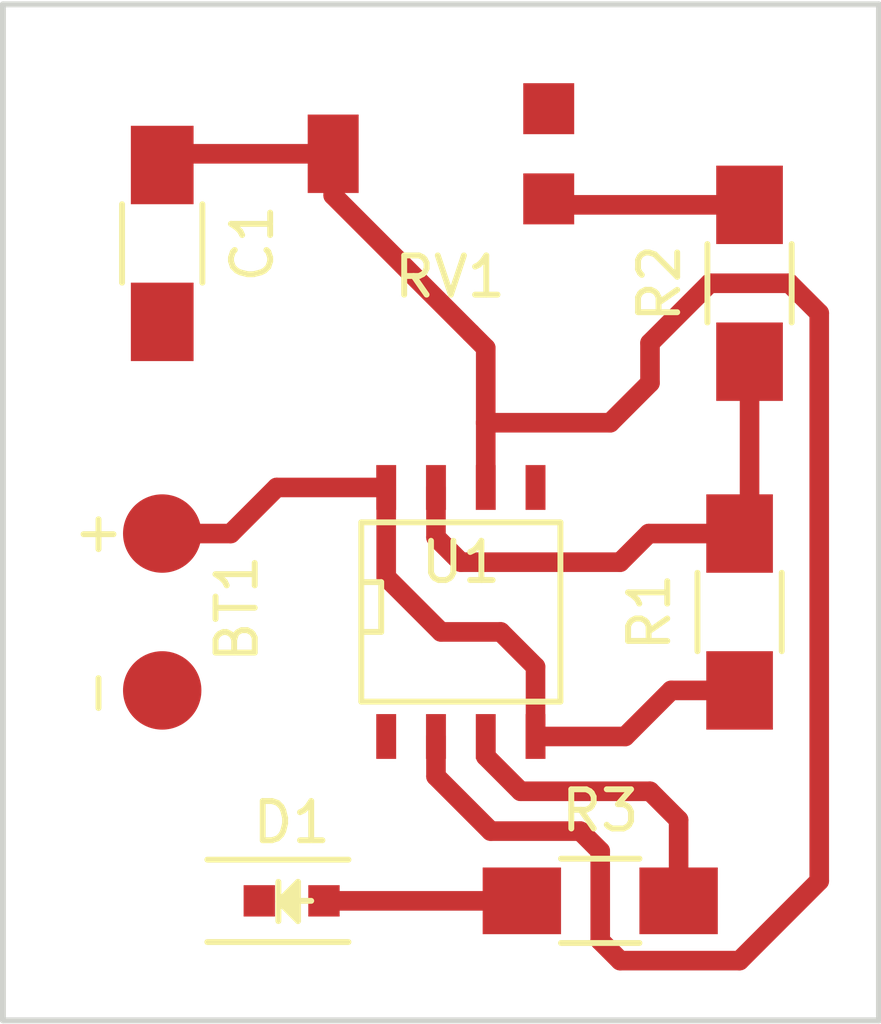
<source format=kicad_pcb>
(kicad_pcb (version 4) (host pcbnew 4.0.5+dfsg1-4)

  (general
    (links 14)
    (no_connects 3)
    (area 151.816999 92.2716 174.517 119.145)
    (thickness 1.6)
    (drawings 4)
    (tracks 51)
    (zones 0)
    (modules 8)
    (nets 10)
  )

  (page A4)
  (layers
    (0 F.Cu signal)
    (31 B.Cu signal)
    (32 B.Adhes user)
    (33 F.Adhes user)
    (34 B.Paste user)
    (35 F.Paste user)
    (36 B.SilkS user)
    (37 F.SilkS user)
    (38 B.Mask user)
    (39 F.Mask user)
    (40 Dwgs.User user)
    (41 Cmts.User user)
    (42 Eco1.User user)
    (43 Eco2.User user)
    (44 Edge.Cuts user)
    (45 Margin user)
    (46 B.CrtYd user)
    (47 F.CrtYd user)
    (48 B.Fab user)
    (49 F.Fab user)
  )

  (setup
    (last_trace_width 0.5)
    (trace_clearance 0.4)
    (zone_clearance 0.1524)
    (zone_45_only no)
    (trace_min 0.2)
    (segment_width 0.2)
    (edge_width 0.15)
    (via_size 0.6)
    (via_drill 0.4)
    (via_min_size 0.4)
    (via_min_drill 0.3)
    (uvia_size 0.3)
    (uvia_drill 0.1)
    (uvias_allowed no)
    (uvia_min_size 0.2)
    (uvia_min_drill 0.1)
    (pcb_text_width 0.3)
    (pcb_text_size 1.5 1.5)
    (mod_edge_width 0.15)
    (mod_text_size 1 1)
    (mod_text_width 0.15)
    (pad_size 1.524 1.524)
    (pad_drill 0.762)
    (pad_to_mask_clearance 0.2)
    (aux_axis_origin 0 0)
    (visible_elements FFFFFF7F)
    (pcbplotparams
      (layerselection 0x00030_80000001)
      (usegerberextensions false)
      (excludeedgelayer true)
      (linewidth 0.100000)
      (plotframeref false)
      (viasonmask false)
      (mode 1)
      (useauxorigin false)
      (hpglpennumber 1)
      (hpglpenspeed 20)
      (hpglpendiameter 15)
      (hpglpenoverlay 2)
      (psnegative false)
      (psa4output false)
      (plotreference true)
      (plotvalue true)
      (plotinvisibletext false)
      (padsonsilk false)
      (subtractmaskfromsilk false)
      (outputformat 1)
      (mirror false)
      (drillshape 1)
      (scaleselection 1)
      (outputdirectory ""))
  )

  (net 0 "")
  (net 1 VCC)
  (net 2 GND)
  (net 3 "Net-(C1-Pad1)")
  (net 4 "Net-(D1-Pad2)")
  (net 5 "Net-(R1-Pad2)")
  (net 6 "Net-(R2-Pad2)")
  (net 7 "Net-(R3-Pad2)")
  (net 8 "Net-(U1-Pad5)")
  (net 9 "Net-(RV1-Pad3)")

  (net_class Default "This is the default net class."
    (clearance 0.4)
    (trace_width 0.5)
    (via_dia 0.6)
    (via_drill 0.4)
    (uvia_dia 0.3)
    (uvia_drill 0.1)
    (add_net GND)
    (add_net "Net-(C1-Pad1)")
    (add_net "Net-(D1-Pad2)")
    (add_net "Net-(R1-Pad2)")
    (add_net "Net-(R2-Pad2)")
    (add_net "Net-(R3-Pad2)")
    (add_net "Net-(RV1-Pad3)")
    (add_net "Net-(U1-Pad5)")
    (add_net VCC)
  )

  (module footprints:battery_connect (layer F.Cu) (tedit 594AD10D) (tstamp 594AD6D7)
    (at 155.956 108.204 270)
    (descr BAT)
    (tags BAT)
    (path /594AC5D8/594AD147)
    (fp_text reference BT1 (at -0.08382 -1.905 270) (layer F.SilkS)
      (effects (font (size 1 1) (thickness 0.15)))
    )
    (fp_text value Battery (at 0.1397 2.81686 270) (layer F.Fab)
      (effects (font (size 1 1) (thickness 0.15)))
    )
    (fp_text user - (at 2.06756 1.69926 270) (layer F.SilkS)
      (effects (font (size 1 1) (thickness 0.15)))
    )
    (fp_text user + (at -1.98374 1.69926 270) (layer F.SilkS)
      (effects (font (size 1 1) (thickness 0.15)))
    )
    (pad 1 smd circle (at -2 0 270) (size 2 2) (layers F.Cu F.Paste F.Mask)
      (net 1 VCC))
    (pad 2 smd circle (at 2 0 270) (size 2 2) (layers F.Cu F.Paste F.Mask)
      (net 2 GND))
  )

  (module Capacitors_SMD:C_1206_HandSoldering (layer F.Cu) (tedit 541A9C03) (tstamp 594AD6DD)
    (at 155.956 98.806 270)
    (descr "Capacitor SMD 1206, hand soldering")
    (tags "capacitor 1206")
    (path /594AC5D8/594AC7D4)
    (attr smd)
    (fp_text reference C1 (at 0 -2.3 270) (layer F.SilkS)
      (effects (font (size 1 1) (thickness 0.15)))
    )
    (fp_text value 10µ (at 0 2.3 270) (layer F.Fab)
      (effects (font (size 1 1) (thickness 0.15)))
    )
    (fp_line (start -1.6 0.8) (end -1.6 -0.8) (layer F.Fab) (width 0.15))
    (fp_line (start 1.6 0.8) (end -1.6 0.8) (layer F.Fab) (width 0.15))
    (fp_line (start 1.6 -0.8) (end 1.6 0.8) (layer F.Fab) (width 0.15))
    (fp_line (start -1.6 -0.8) (end 1.6 -0.8) (layer F.Fab) (width 0.15))
    (fp_line (start -3.3 -1.15) (end 3.3 -1.15) (layer F.CrtYd) (width 0.05))
    (fp_line (start -3.3 1.15) (end 3.3 1.15) (layer F.CrtYd) (width 0.05))
    (fp_line (start -3.3 -1.15) (end -3.3 1.15) (layer F.CrtYd) (width 0.05))
    (fp_line (start 3.3 -1.15) (end 3.3 1.15) (layer F.CrtYd) (width 0.05))
    (fp_line (start 1 -1.025) (end -1 -1.025) (layer F.SilkS) (width 0.15))
    (fp_line (start -1 1.025) (end 1 1.025) (layer F.SilkS) (width 0.15))
    (pad 1 smd rect (at -2 0 270) (size 2 1.6) (layers F.Cu F.Paste F.Mask)
      (net 3 "Net-(C1-Pad1)"))
    (pad 2 smd rect (at 2 0 270) (size 2 1.6) (layers F.Cu F.Paste F.Mask)
      (net 2 GND))
    (model Capacitors_SMD.3dshapes/C_1206_HandSoldering.wrl
      (at (xyz 0 0 0))
      (scale (xyz 1 1 1))
      (rotate (xyz 0 0 0))
    )
  )

  (module footprints:LED_1608 (layer F.Cu) (tedit 594ACD45) (tstamp 594AD6FB)
    (at 159.258 115.57)
    (descr "LED 1608 smd package")
    (tags "LED1608 SMD")
    (path /594AC5D8/594ACFEE)
    (attr smd)
    (fp_text reference D1 (at 0 -2) (layer F.SilkS)
      (effects (font (size 1 1) (thickness 0.15)))
    )
    (fp_text value LED (at 0 2) (layer F.Fab)
      (effects (font (size 1 1) (thickness 0.15)))
    )
    (fp_line (start -0.33744 -0.48476) (end -0.33744 0.51524) (layer F.Fab) (width 0.15))
    (fp_line (start -0.33744 0.01524) (end 0.16256 -0.48476) (layer F.Fab) (width 0.15))
    (fp_line (start 0.16256 0.51524) (end -0.33744 0.01524) (layer F.Fab) (width 0.15))
    (fp_line (start 0.16256 -0.48476) (end 0.16256 0.51524) (layer F.Fab) (width 0.15))
    (fp_line (start -1.6 0.8) (end -1.6 -0.8) (layer F.Fab) (width 0.15))
    (fp_line (start 1.6 0.8) (end -1.6 0.8) (layer F.Fab) (width 0.15))
    (fp_line (start 1.6 -0.8) (end 1.6 0.8) (layer F.Fab) (width 0.15))
    (fp_line (start -1.6 -0.8) (end 1.6 -0.8) (layer F.Fab) (width 0.15))
    (fp_line (start -2.15 1.05) (end 1.45 1.05) (layer F.SilkS) (width 0.15))
    (fp_line (start -2.15 -1.05) (end 1.45 -1.05) (layer F.SilkS) (width 0.15))
    (fp_line (start 0.06256 -0.28476) (end 0.06256 0.31524) (layer F.SilkS) (width 0.15))
    (fp_line (start 0.06256 0.31524) (end -0.23744 0.01524) (layer F.SilkS) (width 0.15))
    (fp_line (start -0.23744 0.01524) (end -0.03744 -0.18476) (layer F.SilkS) (width 0.15))
    (fp_line (start -0.03744 -0.18476) (end -0.03744 0.06524) (layer F.SilkS) (width 0.15))
    (fp_line (start -0.03744 0.06524) (end -0.08744 0.01524) (layer F.SilkS) (width 0.15))
    (fp_line (start -0.33744 -0.48476) (end -0.33744 0.51524) (layer F.SilkS) (width 0.15))
    (fp_line (start 0 0) (end 0.5 0) (layer F.SilkS) (width 0.15))
    (fp_line (start -0.33744 0.01524) (end 0.16256 -0.48476) (layer F.SilkS) (width 0.15))
    (fp_line (start 0.16256 -0.48476) (end 0.16256 0.51524) (layer F.SilkS) (width 0.15))
    (fp_line (start 0.16256 0.51524) (end -0.33744 0.01524) (layer F.SilkS) (width 0.15))
    (fp_line (start 2.5 -1.25) (end -2.5 -1.25) (layer F.CrtYd) (width 0.05))
    (fp_line (start -2.5 -1.25) (end -2.5 1.25) (layer F.CrtYd) (width 0.05))
    (fp_line (start -2.5 1.25) (end 2.5 1.25) (layer F.CrtYd) (width 0.05))
    (fp_line (start 2.5 1.25) (end 2.5 -1.25) (layer F.CrtYd) (width 0.05))
    (pad 2 smd rect (at 0.825 0 180) (size 0.8 0.8) (layers F.Cu F.Paste F.Mask)
      (net 4 "Net-(D1-Pad2)"))
    (pad 1 smd rect (at -0.825 0 180) (size 0.8 0.8) (layers F.Cu F.Paste F.Mask)
      (net 2 GND))
    (model LEDs.3dshapes/LED_1206.wrl
      (at (xyz 0 0 0))
      (scale (xyz 1 1 1))
      (rotate (xyz 0 0 180))
    )
  )

  (module Resistors_SMD:R_1206_HandSoldering (layer F.Cu) (tedit 58307C0D) (tstamp 594AD701)
    (at 170.688 108.204 90)
    (descr "Resistor SMD 1206, hand soldering")
    (tags "resistor 1206")
    (path /594AC5D8/594ACBD7)
    (attr smd)
    (fp_text reference R1 (at 0 -2.3 90) (layer F.SilkS)
      (effects (font (size 1 1) (thickness 0.15)))
    )
    (fp_text value 1k (at 0 2.3 90) (layer F.Fab)
      (effects (font (size 1 1) (thickness 0.15)))
    )
    (fp_line (start -1.6 0.8) (end -1.6 -0.8) (layer F.Fab) (width 0.1))
    (fp_line (start 1.6 0.8) (end -1.6 0.8) (layer F.Fab) (width 0.1))
    (fp_line (start 1.6 -0.8) (end 1.6 0.8) (layer F.Fab) (width 0.1))
    (fp_line (start -1.6 -0.8) (end 1.6 -0.8) (layer F.Fab) (width 0.1))
    (fp_line (start -3.3 -1.2) (end 3.3 -1.2) (layer F.CrtYd) (width 0.05))
    (fp_line (start -3.3 1.2) (end 3.3 1.2) (layer F.CrtYd) (width 0.05))
    (fp_line (start -3.3 -1.2) (end -3.3 1.2) (layer F.CrtYd) (width 0.05))
    (fp_line (start 3.3 -1.2) (end 3.3 1.2) (layer F.CrtYd) (width 0.05))
    (fp_line (start 1 1.075) (end -1 1.075) (layer F.SilkS) (width 0.15))
    (fp_line (start -1 -1.075) (end 1 -1.075) (layer F.SilkS) (width 0.15))
    (pad 1 smd rect (at -2 0 90) (size 2 1.7) (layers F.Cu F.Paste F.Mask)
      (net 1 VCC))
    (pad 2 smd rect (at 2 0 90) (size 2 1.7) (layers F.Cu F.Paste F.Mask)
      (net 5 "Net-(R1-Pad2)"))
    (model Resistors_SMD.3dshapes/R_1206_HandSoldering.wrl
      (at (xyz 0 0 0))
      (scale (xyz 1 1 1))
      (rotate (xyz 0 0 0))
    )
  )

  (module Resistors_SMD:R_1206_HandSoldering (layer F.Cu) (tedit 58307C0D) (tstamp 594AD707)
    (at 170.942 99.822 90)
    (descr "Resistor SMD 1206, hand soldering")
    (tags "resistor 1206")
    (path /594AC5D8/594AC5F7)
    (attr smd)
    (fp_text reference R2 (at 0 -2.3 90) (layer F.SilkS)
      (effects (font (size 1 1) (thickness 0.15)))
    )
    (fp_text value 10k (at 0 2.3 90) (layer F.Fab)
      (effects (font (size 1 1) (thickness 0.15)))
    )
    (fp_line (start -1.6 0.8) (end -1.6 -0.8) (layer F.Fab) (width 0.1))
    (fp_line (start 1.6 0.8) (end -1.6 0.8) (layer F.Fab) (width 0.1))
    (fp_line (start 1.6 -0.8) (end 1.6 0.8) (layer F.Fab) (width 0.1))
    (fp_line (start -1.6 -0.8) (end 1.6 -0.8) (layer F.Fab) (width 0.1))
    (fp_line (start -3.3 -1.2) (end 3.3 -1.2) (layer F.CrtYd) (width 0.05))
    (fp_line (start -3.3 1.2) (end 3.3 1.2) (layer F.CrtYd) (width 0.05))
    (fp_line (start -3.3 -1.2) (end -3.3 1.2) (layer F.CrtYd) (width 0.05))
    (fp_line (start 3.3 -1.2) (end 3.3 1.2) (layer F.CrtYd) (width 0.05))
    (fp_line (start 1 1.075) (end -1 1.075) (layer F.SilkS) (width 0.15))
    (fp_line (start -1 -1.075) (end 1 -1.075) (layer F.SilkS) (width 0.15))
    (pad 1 smd rect (at -2 0 90) (size 2 1.7) (layers F.Cu F.Paste F.Mask)
      (net 5 "Net-(R1-Pad2)"))
    (pad 2 smd rect (at 2 0 90) (size 2 1.7) (layers F.Cu F.Paste F.Mask)
      (net 6 "Net-(R2-Pad2)"))
    (model Resistors_SMD.3dshapes/R_1206_HandSoldering.wrl
      (at (xyz 0 0 0))
      (scale (xyz 1 1 1))
      (rotate (xyz 0 0 0))
    )
  )

  (module Resistors_SMD:R_1206_HandSoldering (layer F.Cu) (tedit 58307C0D) (tstamp 594AD70D)
    (at 167.132 115.57)
    (descr "Resistor SMD 1206, hand soldering")
    (tags "resistor 1206")
    (path /594AC5D8/594ACF79)
    (attr smd)
    (fp_text reference R3 (at 0 -2.3) (layer F.SilkS)
      (effects (font (size 1 1) (thickness 0.15)))
    )
    (fp_text value 200 (at 0 2.3) (layer F.Fab)
      (effects (font (size 1 1) (thickness 0.15)))
    )
    (fp_line (start -1.6 0.8) (end -1.6 -0.8) (layer F.Fab) (width 0.1))
    (fp_line (start 1.6 0.8) (end -1.6 0.8) (layer F.Fab) (width 0.1))
    (fp_line (start 1.6 -0.8) (end 1.6 0.8) (layer F.Fab) (width 0.1))
    (fp_line (start -1.6 -0.8) (end 1.6 -0.8) (layer F.Fab) (width 0.1))
    (fp_line (start -3.3 -1.2) (end 3.3 -1.2) (layer F.CrtYd) (width 0.05))
    (fp_line (start -3.3 1.2) (end 3.3 1.2) (layer F.CrtYd) (width 0.05))
    (fp_line (start -3.3 -1.2) (end -3.3 1.2) (layer F.CrtYd) (width 0.05))
    (fp_line (start 3.3 -1.2) (end 3.3 1.2) (layer F.CrtYd) (width 0.05))
    (fp_line (start 1 1.075) (end -1 1.075) (layer F.SilkS) (width 0.15))
    (fp_line (start -1 -1.075) (end 1 -1.075) (layer F.SilkS) (width 0.15))
    (pad 1 smd rect (at -2 0) (size 2 1.7) (layers F.Cu F.Paste F.Mask)
      (net 4 "Net-(D1-Pad2)"))
    (pad 2 smd rect (at 2 0) (size 2 1.7) (layers F.Cu F.Paste F.Mask)
      (net 7 "Net-(R3-Pad2)"))
    (model Resistors_SMD.3dshapes/R_1206_HandSoldering.wrl
      (at (xyz 0 0 0))
      (scale (xyz 1 1 1))
      (rotate (xyz 0 0 0))
    )
  )

  (module footprints:Bourne-3314G-1 (layer F.Cu) (tedit 594AD5F2) (tstamp 594AD714)
    (at 163.068 96.52 270)
    (descr "Bourne 3314G-1 potentiometer")
    (tags 3314G-1)
    (path /594AC5D8/594AC6D5)
    (fp_text reference RV1 (at 3.1369 -0.2286 360) (layer F.SilkS)
      (effects (font (size 1 1) (thickness 0.15)))
    )
    (fp_text value 250k (at -3.0734 -0.1905 360) (layer F.Fab)
      (effects (font (size 1 1) (thickness 0.15)))
    )
    (pad 1 smd rect (at 1.15 -2.75 270) (size 1.3 1.3) (layers F.Cu F.Paste F.Mask)
      (net 6 "Net-(R2-Pad2)"))
    (pad 2 smd rect (at 0 2.75 270) (size 2 1.3) (layers F.Cu F.Paste F.Mask)
      (net 3 "Net-(C1-Pad1)"))
    (pad 3 smd rect (at -1.15 -2.75 270) (size 1.3 1.3) (layers F.Cu F.Paste F.Mask)
      (net 9 "Net-(RV1-Pad3)"))
  )

  (module SMD_Packages:SOIC-8-N (layer F.Cu) (tedit 0) (tstamp 594AD720)
    (at 163.576 108.204)
    (descr "Module Narrow CMS SOJ 8 pins large")
    (tags "CMS SOJ")
    (path /594AC5D8/594AC984)
    (attr smd)
    (fp_text reference U1 (at 0 -1.27) (layer F.SilkS)
      (effects (font (size 1 1) (thickness 0.15)))
    )
    (fp_text value NE555D (at 0 1.27) (layer F.Fab)
      (effects (font (size 1 1) (thickness 0.15)))
    )
    (fp_line (start -2.54 -2.286) (end 2.54 -2.286) (layer F.SilkS) (width 0.15))
    (fp_line (start 2.54 -2.286) (end 2.54 2.286) (layer F.SilkS) (width 0.15))
    (fp_line (start 2.54 2.286) (end -2.54 2.286) (layer F.SilkS) (width 0.15))
    (fp_line (start -2.54 2.286) (end -2.54 -2.286) (layer F.SilkS) (width 0.15))
    (fp_line (start -2.54 -0.762) (end -2.032 -0.762) (layer F.SilkS) (width 0.15))
    (fp_line (start -2.032 -0.762) (end -2.032 0.508) (layer F.SilkS) (width 0.15))
    (fp_line (start -2.032 0.508) (end -2.54 0.508) (layer F.SilkS) (width 0.15))
    (pad 8 smd rect (at -1.905 -3.175) (size 0.508 1.143) (layers F.Cu F.Paste F.Mask)
      (net 1 VCC))
    (pad 7 smd rect (at -0.635 -3.175) (size 0.508 1.143) (layers F.Cu F.Paste F.Mask)
      (net 5 "Net-(R1-Pad2)"))
    (pad 6 smd rect (at 0.635 -3.175) (size 0.508 1.143) (layers F.Cu F.Paste F.Mask)
      (net 3 "Net-(C1-Pad1)"))
    (pad 5 smd rect (at 1.905 -3.175) (size 0.508 1.143) (layers F.Cu F.Paste F.Mask)
      (net 8 "Net-(U1-Pad5)"))
    (pad 4 smd rect (at 1.905 3.175) (size 0.508 1.143) (layers F.Cu F.Paste F.Mask)
      (net 1 VCC))
    (pad 3 smd rect (at 0.635 3.175) (size 0.508 1.143) (layers F.Cu F.Paste F.Mask)
      (net 7 "Net-(R3-Pad2)"))
    (pad 2 smd rect (at -0.635 3.175) (size 0.508 1.143) (layers F.Cu F.Paste F.Mask)
      (net 3 "Net-(C1-Pad1)"))
    (pad 1 smd rect (at -1.905 3.175) (size 0.508 1.143) (layers F.Cu F.Paste F.Mask)
      (net 2 GND))
    (model SMD_Packages.3dshapes/SOIC-8-N.wrl
      (at (xyz 0 0 0))
      (scale (xyz 0.5 0.38 0.5))
      (rotate (xyz 0 0 0))
    )
  )

  (gr_line (start 174.244 118.618) (end 151.892 118.618) (angle 90) (layer Edge.Cuts) (width 0.15))
  (gr_line (start 151.892 118.618) (end 151.892 92.71) (angle 90) (layer Edge.Cuts) (width 0.15))
  (gr_line (start 174.244 92.71) (end 174.244 118.618) (angle 90) (layer Edge.Cuts) (width 0.15))
  (gr_line (start 151.892 92.71) (end 174.244 92.71) (angle 90) (layer Edge.Cuts) (width 0.15))

  (segment (start 170.688 110.204) (end 168.942 110.204) (width 0.5) (layer F.Cu) (net 1))
  (segment (start 167.767 111.379) (end 165.481 111.379) (width 0.5) (layer F.Cu) (net 1) (tstamp 594ADB0F))
  (segment (start 168.942 110.204) (end 167.767 111.379) (width 0.5) (layer F.Cu) (net 1) (tstamp 594ADB0D))
  (segment (start 161.671 105.029) (end 161.671 107.315) (width 0.5) (layer F.Cu) (net 1))
  (segment (start 161.671 107.315) (end 163.068 108.712) (width 0.5) (layer F.Cu) (net 1) (tstamp 594ADA21))
  (segment (start 163.068 108.712) (end 164.592 108.712) (width 0.5) (layer F.Cu) (net 1) (tstamp 594ADA22))
  (segment (start 164.592 108.712) (end 165.481 109.601) (width 0.5) (layer F.Cu) (net 1) (tstamp 594ADA23))
  (segment (start 165.481 109.601) (end 165.481 111.379) (width 0.5) (layer F.Cu) (net 1) (tstamp 594ADA24))
  (segment (start 170.688 110.204) (end 170.212 110.204) (width 0.5) (layer F.Cu) (net 1))
  (segment (start 155.956 106.204) (end 157.702 106.204) (width 0.5) (layer F.Cu) (net 1))
  (segment (start 158.877 105.029) (end 161.671 105.029) (width 0.5) (layer F.Cu) (net 1) (tstamp 594AD9FD))
  (segment (start 157.702 106.204) (end 158.877 105.029) (width 0.5) (layer F.Cu) (net 1) (tstamp 594AD9FC))
  (segment (start 162.941 111.379) (end 162.941 112.395) (width 0.5) (layer F.Cu) (net 3))
  (segment (start 167.386 103.378) (end 164.211 103.378) (width 0.5) (layer F.Cu) (net 3) (tstamp 594AE7CA))
  (segment (start 168.402 102.362) (end 167.386 103.378) (width 0.5) (layer F.Cu) (net 3) (tstamp 594AE7C9))
  (segment (start 168.402 101.346) (end 168.402 102.362) (width 0.5) (layer F.Cu) (net 3) (tstamp 594AE7C7))
  (segment (start 169.926 99.822) (end 168.402 101.346) (width 0.5) (layer F.Cu) (net 3) (tstamp 594AE7C2))
  (segment (start 171.958 99.822) (end 169.926 99.822) (width 0.5) (layer F.Cu) (net 3) (tstamp 594AE7BD))
  (segment (start 172.72 100.584) (end 171.958 99.822) (width 0.5) (layer F.Cu) (net 3) (tstamp 594AE7B5))
  (segment (start 172.72 115.062) (end 172.72 100.584) (width 0.5) (layer F.Cu) (net 3) (tstamp 594AE7A9))
  (segment (start 170.688 117.094) (end 172.72 115.062) (width 0.5) (layer F.Cu) (net 3) (tstamp 594AE7A1))
  (segment (start 167.64 117.094) (end 170.688 117.094) (width 0.5) (layer F.Cu) (net 3) (tstamp 594AE79B))
  (segment (start 167.132 116.586) (end 167.64 117.094) (width 0.5) (layer F.Cu) (net 3) (tstamp 594AE799))
  (segment (start 167.132 114.3) (end 167.132 116.586) (width 0.5) (layer F.Cu) (net 3) (tstamp 594AE795))
  (segment (start 166.624 113.792) (end 167.132 114.3) (width 0.5) (layer F.Cu) (net 3) (tstamp 594AE792))
  (segment (start 164.338 113.792) (end 166.624 113.792) (width 0.5) (layer F.Cu) (net 3) (tstamp 594AE78F))
  (segment (start 162.941 112.395) (end 164.338 113.792) (width 0.5) (layer F.Cu) (net 3) (tstamp 594AE78D))
  (segment (start 164.211 103.378) (end 164.338 103.378) (width 0.5) (layer F.Cu) (net 3) (tstamp 594AE7CC))
  (segment (start 164.338 103.378) (end 164.211 103.378) (width 0.5) (layer F.Cu) (net 3) (tstamp 594AE7CE))
  (segment (start 160.318 96.52) (end 160.318 97.58) (width 0.5) (layer F.Cu) (net 3))
  (segment (start 164.211 101.473) (end 164.211 103.378) (width 0.5) (layer F.Cu) (net 3) (tstamp 594ADA07))
  (segment (start 164.211 103.378) (end 164.211 105.029) (width 0.5) (layer F.Cu) (net 3) (tstamp 594AE7CF))
  (segment (start 160.318 97.58) (end 163.83 101.092) (width 0.5) (layer F.Cu) (net 3) (tstamp 594ADA06))
  (segment (start 163.83 101.092) (end 164.211 101.473) (width 0.5) (layer F.Cu) (net 3) (tstamp 594AE33F))
  (segment (start 160.318 96.52) (end 156.242 96.52) (width 0.5) (layer F.Cu) (net 3))
  (segment (start 156.242 96.52) (end 155.956 96.806) (width 0.5) (layer F.Cu) (net 3) (tstamp 594AD9F8))
  (segment (start 165.132 115.57) (end 160.083 115.57) (width 0.5) (layer F.Cu) (net 4))
  (segment (start 162.941 105.029) (end 162.941 106.299) (width 0.5) (layer F.Cu) (net 5))
  (segment (start 168.37 106.204) (end 170.688 106.204) (width 0.5) (layer F.Cu) (net 5) (tstamp 594ADA1E))
  (segment (start 167.64 106.934) (end 168.37 106.204) (width 0.5) (layer F.Cu) (net 5) (tstamp 594ADA1D))
  (segment (start 163.576 106.934) (end 167.64 106.934) (width 0.5) (layer F.Cu) (net 5) (tstamp 594ADA1C))
  (segment (start 162.941 106.299) (end 163.576 106.934) (width 0.5) (layer F.Cu) (net 5) (tstamp 594ADA1B))
  (segment (start 170.942 101.822) (end 170.942 105.95) (width 0.5) (layer F.Cu) (net 5))
  (segment (start 170.942 105.95) (end 170.688 106.204) (width 0.5) (layer F.Cu) (net 5) (tstamp 594ADA0B))
  (segment (start 170.942 97.822) (end 165.97 97.822) (width 0.5) (layer F.Cu) (net 6))
  (segment (start 165.97 97.822) (end 165.818 97.67) (width 0.5) (layer F.Cu) (net 6) (tstamp 594AD9F5))
  (segment (start 164.211 111.379) (end 164.211 111.887) (width 0.5) (layer F.Cu) (net 7))
  (segment (start 164.211 111.887) (end 165.1 112.776) (width 0.5) (layer F.Cu) (net 7) (tstamp 594AE587))
  (segment (start 165.1 112.776) (end 168.402 112.776) (width 0.5) (layer F.Cu) (net 7) (tstamp 594AE58C))
  (segment (start 168.402 112.776) (end 169.132 113.506) (width 0.5) (layer F.Cu) (net 7) (tstamp 594AE58F))
  (segment (start 169.132 113.506) (end 169.132 115.57) (width 0.5) (layer F.Cu) (net 7) (tstamp 594AE591))

)

</source>
